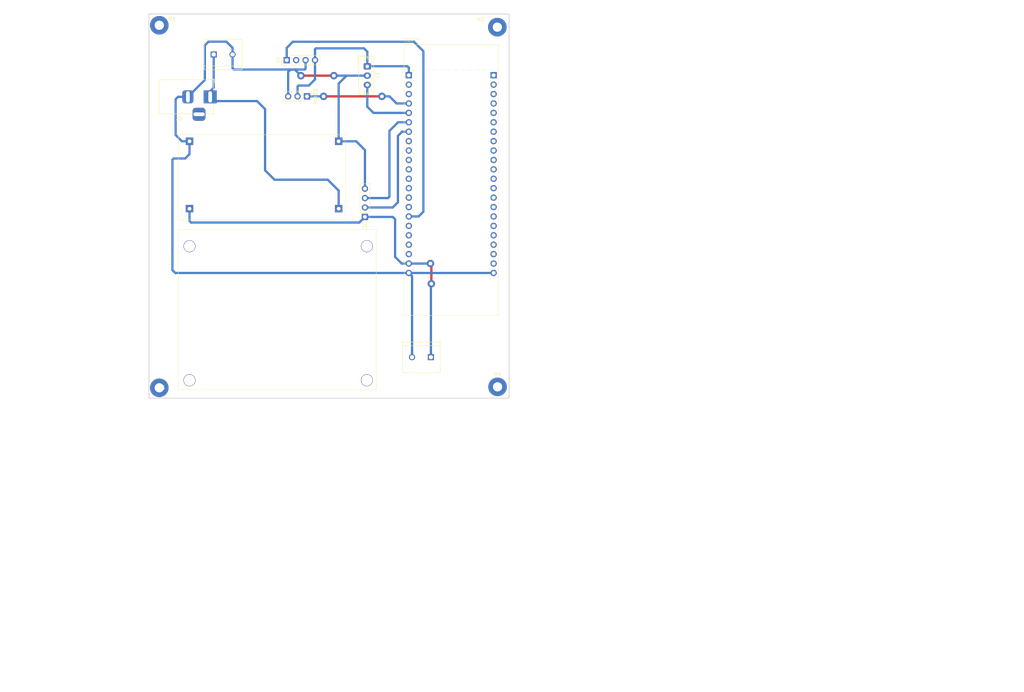
<source format=kicad_pcb>
(kicad_pcb (version 20221018) (generator pcbnew)
  (layers (0 "F.Cu" signal) (31 "B.Cu" signal) (34 "B.Paste" user) (35 "F.Paste" user) (36 "B.SilkS" user "B.Silkscreen") (37 "F.SilkS" user "F.Silkscreen") (38 "B.Mask" user) (39 "F.Mask" user) (44 "Edge.Cuts" user))
  (net 0 "")
  (net 1 "GND")
  (net 2 "DO")
  (net 3 "+5V")
  (net 4 "RELAY")
  (net 5 "AO")
  (net 7 "3V3")
  (net 8 "SW")
  (net 13 "DHT_S")
  (net 14 "IO6")
  (net 15 "IO7")
  (net 45 "12V")
  (footprint "Connector_PinHeader_2.54mm:PinHeader_1x03_P2.54mm_Vertical" (layer "F.Cu") (at 94.843 37.579 -90)
    (fp_text reference "MOD3" (at 0 -2.33 -270) (layer "F.SilkS"))
    (fp_text value "dht11")
    (fp_line (start -1.33 -1.33) (end 0 -1.33) (stroke (width 0.12)) (layer "F.SilkS"))
    (fp_line (start -1.33 0) (end -1.33 -1.33) (stroke (width 0.12)) (layer "F.SilkS"))
    (fp_line (start -1.33 1.27) (end -1.33 6.41) (stroke (width 0.12)) (layer "F.SilkS"))
    (fp_line (start -1.33 1.27) (end 1.33 1.27) (stroke (width 0.12)) (layer "F.SilkS"))
    (fp_line (start -1.33 6.41) (end 1.33 6.41) (stroke (width 0.12)) (layer "F.SilkS"))
    (fp_line (start 1.33 1.27) (end 1.33 6.41) (stroke (width 0.12)) (layer "F.SilkS"))
    (pad "+" thru_hole oval (at 0 2.54 270) (size 1.7 1.7) (drill 1) (layers "*.Cu" "*.Mask") (net 7 "3V3"))
    (pad "-" thru_hole oval (at 0 5.08 270) (size 1.7 1.7) (drill 1) (layers "*.Cu" "*.Mask") (net 1 "GND"))
    (pad "S" thru_hole rect (at 0 0 270) (size 1.7 1.7) (drill 1) (layers "*.Cu" "*.Mask") (net 13 "DHT_S"))
  )
  (footprint "Connector_PinHeader_2.54mm:PinHeader_1x04_P2.54mm_Vertical" (layer "F.Cu") (at 110.464 70.091 180)
    (fp_text reference "J1" (at 0 -2.33) (layer "F.SilkS"))
    (fp_text value "relay_pins")
    (fp_line (start -1.33 -1.33) (end 0 -1.33) (stroke (width 0.12)) (layer "F.SilkS"))
    (fp_line (start -1.33 0) (end -1.33 -1.33) (stroke (width 0.12)) (layer "F.SilkS"))
    (fp_line (start -1.33 1.27) (end -1.33 8.95) (stroke (width 0.12)) (layer "F.SilkS"))
    (fp_line (start -1.33 1.27) (end 1.33 1.27) (stroke (width 0.12)) (layer "F.SilkS"))
    (fp_line (start -1.33 8.95) (end 1.33 8.95) (stroke (width 0.12)) (layer "F.SilkS"))
    (fp_line (start 1.33 1.27) (end 1.33 8.95) (stroke (width 0.12)) (layer "F.SilkS"))
    (pad "1" thru_hole rect (at 0 0 180) (size 1.7 1.7) (drill 1) (layers "*.Cu" "*.Mask") (net 3 "+5V"))
    (pad "2" thru_hole oval (at 0 2.54 180) (size 1.7 1.7) (drill 1) (layers "*.Cu" "*.Mask") (net 15 "IO7"))
    (pad "3" thru_hole oval (at 0 5.08 180) (size 1.7 1.7) (drill 1) (layers "*.Cu" "*.Mask") (net 14 "IO6"))
    (pad "4" thru_hole oval (at 0 7.62 180) (size 1.7 1.7) (drill 1) (layers "*.Cu" "*.Mask") (net 1 "GND"))
  )
  (footprint "MountingHole:MountingHole_2.5mm_Pad" (layer "F.Cu") (at 146.151 18.91)
    (fp_text reference "H2" (at -4.5085 -2.032) (layer "F.SilkS"))
    (fp_text value "MountingHole")
    (pad "1" thru_hole circle (at 0 0) (size 5 5) (drill 2.5) (layers "*.Cu" "*.Mask"))
  )
  (footprint "Connector_PinHeader_2.54mm:PinHeader_1x04_P2.54mm_Vertical" (layer "F.Cu") (at 89.382 27.8 90)
    (fp_text reference "J4" (at 0 -2.33 90) (layer "F.SilkS"))
    (fp_text value "moisture sensor")
    (fp_line (start -1.33 -1.33) (end 0 -1.33) (stroke (width 0.12)) (layer "F.SilkS"))
    (fp_line (start -1.33 0) (end -1.33 -1.33) (stroke (width 0.12)) (layer "F.SilkS"))
    (fp_line (start -1.33 1.27) (end -1.33 8.95) (stroke (width 0.12)) (layer "F.SilkS"))
    (fp_line (start -1.33 1.27) (end 1.33 1.27) (stroke (width 0.12)) (layer "F.SilkS"))
    (fp_line (start -1.33 8.95) (end 1.33 8.95) (stroke (width 0.12)) (layer "F.SilkS"))
    (fp_line (start 1.33 1.27) (end 1.33 8.95) (stroke (width 0.12)) (layer "F.SilkS"))
    (pad "1" thru_hole rect (at 0 0 90) (size 1.7 1.7) (drill 1) (layers "*.Cu" "*.Mask") (net 5 "AO"))
    (pad "2" thru_hole oval (at 0 2.54 90) (size 1.7 1.7) (drill 1) (layers "*.Cu" "*.Mask"))
    (pad "3" thru_hole oval (at 0 5.08 90) (size 1.7 1.7) (drill 1) (layers "*.Cu" "*.Mask") (net 1 "GND"))
    (pad "4" thru_hole oval (at 0 7.62 90) (size 1.7 1.7) (drill 1) (layers "*.Cu" "*.Mask") (net 7 "3V3"))
  )
  (footprint "MountingHole:MountingHole_2.5mm_Pad" (layer "F.Cu") (at 146.2145 115.938)
    (fp_text reference "H4" (at 0 -3.5) (layer "F.SilkS"))
    (fp_text value "MountingHole")
    (pad "1" thru_hole circle (at 0 0) (size 5 5) (drill 2.5) (layers "*.Cu" "*.Mask"))
  )
  (footprint "Connector_PinHeader_2.54mm:PinHeader_1x04_P2.54mm_Vertical" (layer "F.Cu") (at 110.972 114.16 180)
    (fp_text reference "J6" hide)
    (fp_text value "Relay_module")
    (fp_rect (start -2.54 -2.54) (end 50.8 40.64) (stroke (width 0.1)) (fill none) (layer "F.SilkS"))
    (pad "" np_thru_hole circle (at 0 0 180) (size 3.2 3.2) (drill 3) (layers "F&B.Cu" "*.Mask"))
    (pad "" np_thru_hole circle (at 0 36.16 180) (size 3.2 3.2) (drill 3) (layers "F&B.Cu" "*.Mask"))
    (pad "" np_thru_hole circle (at 47.8 0 180) (size 3.2 3.2) (drill 3) (layers "F&B.Cu" "*.Mask"))
    (pad "" np_thru_hole circle (at 47.8 36.16 180) (size 3.2 3.2) (drill 3) (layers "F&B.Cu" "*.Mask"))
  )
  (footprint "MountingHole:MountingHole_2.5mm_Pad" (layer "F.Cu") (at 55.0285 116.192)
    (fp_text reference "H3" (at 0.508 0) (layer "F.SilkS"))
    (fp_text value "MountingHole")
    (pad "1" thru_hole circle (at 0 0) (size 5 5) (drill 2.5) (layers "*.Cu" "*.Mask"))
  )
  (footprint "Connector_BarrelJack:BarrelJack_Horizontal" (layer "F.Cu") (at 68.7445 37.706)
    (fp_text reference "J5" (at -8.45 5.75) (layer "F.SilkS"))
    (fp_text value "Barrel_Jack")
    (fp_line (start -13.8 -4.6) (end 0.9 -4.6) (stroke (width 0.12)) (layer "F.SilkS"))
    (fp_line (start -13.8 4.6) (end -13.8 -4.6) (stroke (width 0.12)) (layer "F.SilkS"))
    (fp_line (start -5 4.6) (end -13.8 4.6) (stroke (width 0.12)) (layer "F.SilkS"))
    (fp_line (start 0.05 -4.8) (end 1.1 -4.8) (stroke (width 0.12)) (layer "F.SilkS"))
    (fp_line (start 0.9 -4.6) (end 0.9 -2) (stroke (width 0.12)) (layer "F.SilkS"))
    (fp_line (start 0.9 1.9) (end 0.9 4.6) (stroke (width 0.12)) (layer "F.SilkS"))
    (fp_line (start 0.9 4.6) (end -1 4.6) (stroke (width 0.12)) (layer "F.SilkS"))
    (fp_line (start 1.1 -3.75) (end 1.1 -4.8) (stroke (width 0.12)) (layer "F.SilkS"))
    (pad "1" thru_hole rect (at 0 0) (size 3.5 3.5) (drill oval 1 3) (layers "*.Cu" "*.Mask") (net 45 "12V"))
    (pad "2" thru_hole roundrect (at -6 0) (size 3 3.5) (drill oval 1 3) (layers "*.Cu" "*.Mask") (net 1 "GND"))
    (pad "3" thru_hole roundrect (at -3 4.7) (size 3.5 3.5) (drill oval 3 1) (layers "*.Cu" "*.Mask"))
  )
  (footprint "kicad_lib:TE_282837-2" (layer "F.Cu") (at 125.704 107.937 180)
    (fp_text reference "J2" hide)
    (fp_text value "PUMP")
    (fp_line (start -5.08 -4.1) (end 5.08 -4.1) (stroke (width 0.127)) (layer "F.SilkS"))
    (fp_line (start -5.08 3.1) (end -5.08 -4.1) (stroke (width 0.127)) (layer "F.SilkS"))
    (fp_line (start -5.08 3.1) (end 5.08 3.1) (stroke (width 0.127)) (layer "F.SilkS"))
    (fp_line (start -5.08 4.1) (end -5.08 3.1) (stroke (width 0.127)) (layer "F.SilkS"))
    (fp_line (start 5.08 -4.1) (end 5.08 3.1) (stroke (width 0.127)) (layer "F.SilkS"))
    (fp_line (start 5.08 3.1) (end 5.08 4.1) (stroke (width 0.127)) (layer "F.SilkS"))
    (fp_line (start 5.08 4.1) (end -5.08 4.1) (stroke (width 0.127)) (layer "F.SilkS"))
    (pad "1" thru_hole rect (at -2.54 0 180) (size 1.65 1.65) (drill 1.1) (layers "*.Cu" "*.Mask") (net 3 "+5V"))
    (pad "2" thru_hole circle (at 2.54 0 180) (size 1.65 1.65) (drill 1.1) (layers "*.Cu" "*.Mask") (net 1 "GND"))
  )
  (footprint "ESP32-S3 EXP KIT LIBRARY:ESP32-S3BRD" (layer "F.Cu") (at 121.0175 96.6725)
    (fp_text reference "U2" hide)
    (fp_text value "~" hide)
    (fp_text user "REF**" (at 0 -73.66 unlocked) (layer "F.SilkS") (effects (font (thickness 0.1)) (justify left bottom)))
    (fp_line (start 0 -73) (end 25.4 -73) (stroke (width 0.1)) (layer "F.SilkS"))
    (fp_line (start 0 -66.2) (end 25.4 -66.2) (stroke (width 0.1) (type dash_dot)) (layer "F.SilkS"))
    (fp_line (start 0 0) (end 0 -73) (stroke (width 0.1)) (layer "F.SilkS"))
    (fp_line (start 25.4 -73) (end 25.4 0) (stroke (width 0.1)) (layer "F.SilkS"))
    (fp_line (start 25.4 0) (end 0 0) (stroke (width 0.1)) (layer "F.SilkS"))
    (pad "1_1" thru_hole rect (at 1.27 -64.8) (size 1.7 1.7) (drill 1) (layers "*.Cu" "*.Mask") (net 7 "3V3"))
    (pad "1_2" thru_hole circle (at 1.27 -62.26) (size 1.7 1.7) (drill 1) (layers "*.Cu" "*.Mask"))
    (pad "1_3" thru_hole circle (at 1.27 -59.72) (size 1.7 1.7) (drill 1) (layers "*.Cu" "*.Mask"))
    (pad "1_4" thru_hole circle (at 1.27 -57.18) (size 1.7 1.7) (drill 1) (layers "*.Cu" "*.Mask") (net 13 "DHT_S"))
    (pad "1_5" thru_hole circle (at 1.27 -54.64) (size 1.7 1.7) (drill 1) (layers "*.Cu" "*.Mask") (net 2 "DO"))
    (pad "1_6" thru_hole circle (at 1.27 -52.1) (size 1.7 1.7) (drill 1) (layers "*.Cu" "*.Mask") (net 14 "IO6"))
    (pad "1_7" thru_hole circle (at 1.27 -49.56) (size 1.7 1.7) (drill 1) (layers "*.Cu" "*.Mask") (net 15 "IO7"))
    (pad "1_8" thru_hole circle (at 1.27 -47.02) (size 1.7 1.7) (drill 1) (layers "*.Cu" "*.Mask"))
    (pad "1_9" thru_hole circle (at 1.27 -44.48) (size 1.7 1.7) (drill 1) (layers "*.Cu" "*.Mask"))
    (pad "1_10" thru_hole circle (at 1.27 -41.94) (size 1.7 1.7) (drill 1) (layers "*.Cu" "*.Mask"))
    (pad "1_11" thru_hole circle (at 1.27 -39.4) (size 1.7 1.7) (drill 1) (layers "*.Cu" "*.Mask"))
    (pad "1_12" thru_hole circle (at 1.27 -36.86) (size 1.7 1.7) (drill 1) (layers "*.Cu" "*.Mask") (net 8 "SW"))
    (pad "1_13" thru_hole circle (at 1.27 -34.32) (size 1.7 1.7) (drill 1) (layers "*.Cu" "*.Mask"))
    (pad "1_14" thru_hole circle (at 1.27 -31.78) (size 1.7 1.7) (drill 1) (layers "*.Cu" "*.Mask"))
    (pad "1_15" thru_hole circle (at 1.27 -29.24) (size 1.7 1.7) (drill 1) (layers "*.Cu" "*.Mask"))
    (pad "1_16" thru_hole circle (at 1.27 -26.7) (size 1.7 1.7) (drill 1) (layers "*.Cu" "*.Mask") (net 5 "AO"))
    (pad "1_17" thru_hole circle (at 1.27 -24.16) (size 1.7 1.7) (drill 1) (layers "*.Cu" "*.Mask") (net 4 "RELAY"))
    (pad "1_18" thru_hole circle (at 1.27 -21.62) (size 1.7 1.7) (drill 1) (layers "*.Cu" "*.Mask"))
    (pad "1_19" thru_hole circle (at 1.27 -19.08) (size 1.7 1.7) (drill 1) (layers "*.Cu" "*.Mask"))
    (pad "1_20" thru_hole circle (at 1.27 -16.54) (size 1.7 1.7) (drill 1) (layers "*.Cu" "*.Mask"))
    (pad "1_21" thru_hole circle (at 1.27 -14) (size 1.7 1.7) (drill 1) (layers "*.Cu" "*.Mask") (net 3 "+5V"))
    (pad "1_22" thru_hole circle (at 1.27 -11.46) (size 1.7 1.7) (drill 1) (layers "*.Cu" "*.Mask") (net 1 "GND"))
    (pad "2_1" thru_hole rect (at 24.13 -64.8) (size 1.7 1.7) (drill 1) (layers "*.Cu" "*.Mask"))
    (pad "2_2" thru_hole circle (at 24.13 -62.26) (size 1.7 1.7) (drill 1) (layers "*.Cu" "*.Mask"))
    (pad "2_3" thru_hole circle (at 24.13 -59.72) (size 1.7 1.7) (drill 1) (layers "*.Cu" "*.Mask"))
    (pad "2_4" thru_hole circle (at 24.13 -57.18) (size 1.7 1.7) (drill 1) (layers "*.Cu" "*.Mask"))
    (pad "2_5" thru_hole circle (at 24.13 -54.64) (size 1.7 1.7) (drill 1) (layers "*.Cu" "*.Mask"))
    (pad "2_6" thru_hole circle (at 24.13 -52.1) (size 1.7 1.7) (drill 1) (layers "*.Cu" "*.Mask"))
    (pad "2_7" thru_hole circle (at 24.13 -49.56) (size 1.7 1.7) (drill 1) (layers "*.Cu" "*.Mask"))
    (pad "2_8" thru_hole circle (at 24.13 -47.02) (size 1.7 1.7) (drill 1) (layers "*.Cu" "*.Mask"))
    (pad "2_9" thru_hole circle (at 24.13 -44.48) (size 1.7 1.7) (drill 1) (layers "*.Cu" "*.Mask"))
    (pad "2_10" thru_hole circle (at 24.13 -41.94) (size 1.7 1.7) (drill 1) (layers "*.Cu" "*.Mask"))
    (pad "2_11" thru_hole circle (at 24.13 -39.4) (size 1.7 1.7) (drill 1) (layers "*.Cu" "*.Mask"))
    (pad "2_12" thru_hole circle (at 24.13 -36.86) (size 1.7 1.7) (drill 1) (layers "*.Cu" "*.Mask"))
    (pad "2_13" thru_hole circle (at 24.13 -34.32) (size 1.7 1.7) (drill 1) (layers "*.Cu" "*.Mask"))
    (pad "2_14" thru_hole circle (at 24.13 -31.78) (size 1.7 1.7) (drill 1) (layers "*.Cu" "*.Mask"))
    (pad "2_15" thru_hole circle (at 24.13 -29.24) (size 1.7 1.7) (drill 1) (layers "*.Cu" "*.Mask"))
    (pad "2_16" thru_hole circle (at 24.13 -26.7) (size 1.7 1.7) (drill 1) (layers "*.Cu" "*.Mask"))
    (pad "2_17" thru_hole circle (at 24.13 -24.16) (size 1.7 1.7) (drill 1) (layers "*.Cu" "*.Mask"))
    (pad "2_18" thru_hole circle (at 24.13 -21.62) (size 1.7 1.7) (drill 1) (layers "*.Cu" "*.Mask"))
    (pad "2_19" thru_hole circle (at 24.13 -19.08) (size 1.7 1.7) (drill 1) (layers "*.Cu" "*.Mask"))
    (pad "2_20" thru_hole circle (at 24.13 -16.54) (size 1.7 1.7) (drill 1) (layers "*.Cu" "*.Mask"))
    (pad "2_21" thru_hole circle (at 24.13 -14) (size 1.7 1.7) (drill 1) (layers "*.Cu" "*.Mask"))
    (pad "2_22" thru_hole circle (at 24.13 -11.46) (size 1.7 1.7) (drill 1) (layers "*.Cu" "*.Mask") (net 1 "GND"))
  )
  (footprint "Connector_JST:JST_EH_B3B-EH-A_1x03_P2.50mm_Vertical" (layer "F.Cu") (at 111.099 29.491 -90)
    (fp_text reference "J3" (at 2.5 -2.8 90) (layer "F.SilkS"))
    (fp_text value "LDR")
    (fp_line (start -2.91 0.11) (end -2.91 2.61) (stroke (width 0.12)) (layer "F.SilkS"))
    (fp_line (start -2.91 2.61) (end -0.41 2.61) (stroke (width 0.12)) (layer "F.SilkS"))
    (fp_line (start -2.61 -1.71) (end -2.61 2.31) (stroke (width 0.12)) (layer "F.SilkS"))
    (fp_line (start -2.61 0) (end -2.11 0) (stroke (width 0.12)) (layer "F.SilkS"))
    (fp_line (start -2.61 0.81) (end -1.61 0.81) (stroke (width 0.12)) (layer "F.SilkS"))
    (fp_line (start -2.61 2.31) (end 7.61 2.31) (stroke (width 0.12)) (layer "F.SilkS"))
    (fp_line (start -2.11 -1.21) (end 7.11 -1.21) (stroke (width 0.12)) (layer "F.SilkS"))
    (fp_line (start -2.11 0) (end -2.11 -1.21) (stroke (width 0.12)) (layer "F.SilkS"))
    (fp_line (start -1.61 0.81) (end -1.61 2.31) (stroke (width 0.12)) (layer "F.SilkS"))
    (fp_line (start 6.61 0.81) (end 6.61 2.31) (stroke (width 0.12)) (layer "F.SilkS"))
    (fp_line (start 7.11 -1.21) (end 7.11 0) (stroke (width 0.12)) (layer "F.SilkS"))
    (fp_line (start 7.11 0) (end 7.61 0) (stroke (width 0.12)) (layer "F.SilkS"))
    (fp_line (start 7.61 -1.71) (end -2.61 -1.71) (stroke (width 0.12)) (layer "F.SilkS"))
    (fp_line (start 7.61 0.81) (end 6.61 0.81) (stroke (width 0.12)) (layer "F.SilkS"))
    (fp_line (start 7.61 2.31) (end 7.61 -1.71) (stroke (width 0.12)) (layer "F.SilkS"))
    (pad "1" thru_hole roundrect (at 0 0 270) (size 1.7 1.95) (drill 0.95) (layers "*.Cu" "*.Mask") (roundrect_rratio 0.147059) (net 7 "3V3"))
    (pad "2" thru_hole oval (at 2.5 0 270) (size 1.7 1.95) (drill 0.95) (layers "*.Cu" "*.Mask") (net 1 "GND"))
    (pad "3" thru_hole oval (at 5 0 270) (size 1.7 1.95) (drill 0.95) (layers "*.Cu" "*.Mask") (net 2 "DO"))
  )
  (footprint "kicad_lib:BUCK CONVERTER" (layer "F.Cu") (at 105.178 47.896 180)
    (fp_text reference "Buck_converter1" hide)
    (fp_text value "Conn_01x04_Pin")
    (fp_rect (start 0 0) (end 45 -23) (stroke (width 0.1)) (fill none) (layer "F.SilkS"))
    (pad "IN+" thru_hole rect (at 1.8 -19.98 180) (size 2 2) (drill 1) (layers "*.Cu" "*.Mask") (net 45 "12V"))
    (pad "IN-" thru_hole rect (at 1.8 -1.8 180) (size 2 2) (drill 1) (layers "*.Cu" "B.Mask") (net 1 "GND"))
    (pad "OUT+" thru_hole rect (at 42 -19.98 180) (size 2 2) (drill 1) (layers "*.Cu" "*.Mask") (net 3 "+5V"))
    (pad "OUT-" thru_hole rect (at 42 -1.8 180) (size 2 2) (drill 1) (layers "*.Cu" "*.Mask") (net 1 "GND"))
  )
  (footprint "kicad_lib:TE_282837-2" (layer "F.Cu") (at 72.237 26.276)
    (fp_text reference "J7" hide)
    (fp_text value "LED")
    (fp_line (start -5.08 -4.1) (end 5.08 -4.1) (stroke (width 0.127)) (layer "F.SilkS"))
    (fp_line (start -5.08 3.1) (end -5.08 -4.1) (stroke (width 0.127)) (layer "F.SilkS"))
    (fp_line (start -5.08 3.1) (end 5.08 3.1) (stroke (width 0.127)) (layer "F.SilkS"))
    (fp_line (start -5.08 4.1) (end -5.08 3.1) (stroke (width 0.127)) (layer "F.SilkS"))
    (fp_line (start 5.08 -4.1) (end 5.08 3.1) (stroke (width 0.127)) (layer "F.SilkS"))
    (fp_line (start 5.08 3.1) (end 5.08 4.1) (stroke (width 0.127)) (layer "F.SilkS"))
    (fp_line (start 5.08 4.1) (end -5.08 4.1) (stroke (width 0.127)) (layer "F.SilkS"))
    (pad "1" thru_hole rect (at -2.54 0) (size 1.65 1.65) (drill 1.1) (layers "*.Cu" "*.Mask") (net 45 "12V"))
    (pad "2" thru_hole circle (at 2.54 0) (size 1.65 1.65) (drill 1.1) (layers "*.Cu" "*.Mask") (net 1 "GND"))
  )
  (footprint "MountingHole:MountingHole_2.5mm_Pad" (layer "F.Cu") (at 55.0285 18.402)
    (fp_text reference "H1" (at 3.429 -1.651) (layer "F.SilkS"))
    (fp_text value "MountingHole")
    (pad "1" thru_hole circle (at 0 0) (size 5 5) (drill 2.5) (layers "*.Cu" "*.Mask"))
  )
  (gr_rect (start 52.2345 15.354) (end 149.326 118.986) (stroke (width 0.2)) (fill none) (layer "Edge.Cuts"))
  (segment (start 93.218 32.004) (end 93.231 31.991) (width 0.6096) (layer "F.Cu") (net 1))
  (segment (start 93.231 31.991) (end 102.082 31.991) (width 0.6096) (layer "F.Cu") (net 1))
  (via (at 93.218 32.004) (size 2) (drill 1) (layers "F.Cu" "B.Cu") (net 1))
  (via (at 102.082 31.991) (size 2) (drill 1) (layers "F.Cu" "B.Cu") (net 1))
  (segment (start 110.464 62.471) (end 110.464 52.057) (width 0.6096) (layer "B.Cu") (net 1))
  (segment (start 59.436 48.006) (end 59.436 38.354) (width 0.6096) (layer "B.Cu") (net 1))
  (segment (start 63.178 49.696) (end 63.178 53.154) (width 0.6096) (layer "B.Cu") (net 1))
  (segment (start 94.462 30.086) (end 94.208 30.34) (width 0.6096) (layer "B.Cu") (net 1))
  (segment (start 94.462 27.8) (end 94.462 30.086) (width 0.6096) (layer "B.Cu") (net 1))
  (segment (start 123.164 107.937) (end 123.164 86.089) (width 0.6096) (layer "B.Cu") (net 1))
  (segment (start 105.511 31.991) (end 111.099 31.991) (width 0.6096) (layer "B.Cu") (net 1))
  (segment (start 67.3165 33.134) (end 62.7445 37.706) (width 0.6096) (layer "B.Cu") (net 1))
  (segment (start 90.398 30.34) (end 89.763 30.975) (width 0.6096) (layer "B.Cu") (net 1))
  (segment (start 94.208 30.34) (end 90.398 30.34) (width 0.6096) (layer "B.Cu") (net 1))
  (segment (start 103.378 49.696) (end 103.378 34.124) (width 0.6096) (layer "B.Cu") (net 1))
  (segment (start 103.378 34.124) (end 103.676 33.826) (width 0.6096) (layer "B.Cu") (net 1))
  (segment (start 59.3423 85.2125) (end 122.2875 85.2125) (width 0.6096) (layer "B.Cu") (net 1))
  (segment (start 61.126 49.696) (end 59.436 48.006) (width 0.6096) (layer "B.Cu") (net 1))
  (segment (start 74.777 24.479) (end 73.126 22.828) (width 0.6096) (layer "B.Cu") (net 1))
  (segment (start 68.295 22.828) (end 67.3165 23.8065) (width 0.6096) (layer "B.Cu") (net 1))
  (segment (start 74.777 26.276) (end 74.2055 26.276) (width 0.6096) (layer "B.Cu") (net 1))
  (segment (start 74.777 29.959) (end 75.158 30.34) (width 0.6096) (layer "B.Cu") (net 1))
  (segment (start 103.676 33.826) (end 105.511 31.991) (width 0.6096) (layer "B.Cu") (net 1))
  (segment (start 63.178 49.696) (end 61.126 49.696) (width 0.6096) (layer "B.Cu") (net 1))
  (segment (start 89.763 36.69) (end 89.763 37.579) (width 0.6096) (layer "B.Cu") (net 1))
  (segment (start 58.5718 84.442) (end 59.3423 85.2125) (width 0.6096) (layer "B.Cu") (net 1))
  (segment (start 74.777 26.276) (end 74.777 24.479) (width 0.6096) (layer "B.Cu") (net 1))
  (segment (start 61.9955 54.3365) (end 58.9085 54.3365) (width 0.6096) (layer "B.Cu") (net 1))
  (segment (start 108.103 49.696) (end 103.378 49.696) (width 0.6096) (layer "B.Cu") (net 1))
  (segment (start 67.3165 23.8065) (end 67.3165 33.134) (width 0.6096) (layer "B.Cu") (net 1))
  (segment (start 59.436 38.354) (end 60.084 37.706) (width 0.6096) (layer "B.Cu") (net 1))
  (segment (start 75.158 30.34) (end 90.398 30.34) (width 0.6096) (layer "B.Cu") (net 1))
  (segment (start 102.082 31.991) (end 105.511 31.991) (width 0.6096) (layer "B.Cu") (net 1))
  (segment (start 60.084 37.706) (end 62.7445 37.706) (width 0.6096) (layer "B.Cu") (net 1))
  (segment (start 110.464 52.057) (end 108.103 49.696) (width 0.6096) (layer "B.Cu") (net 1))
  (segment (start 122.2875 85.2125) (end 145.1475 85.2125) (width 0.6096) (layer "B.Cu") (net 1))
  (segment (start 73.126 22.828) (end 68.295 22.828) (width 0.6096) (layer "B.Cu") (net 1))
  (segment (start 91.554 30.34) (end 90.398 30.34) (width 0.6096) (layer "B.Cu") (net 1))
  (segment (start 63.178 53.154) (end 61.9955 54.3365) (width 0.6096) (layer "B.Cu") (net 1))
  (segment (start 58.5718 54.6732) (end 58.9085 54.3365) (width 0.6096) (layer "B.Cu") (net 1))
  (segment (start 123.164 86.089) (end 122.2875 85.2125) (width 0.6096) (layer "B.Cu") (net 1))
  (segment (start 89.763 30.975) (end 89.763 36.69) (width 0.6096) (layer "B.Cu") (net 1))
  (segment (start 58.5718 78.6508) (end 58.5718 54.6732) (width 0.6096) (layer "B.Cu") (net 1))
  (segment (start 93.218 32.004) (end 91.554 30.34) (width 0.6096) (layer "B.Cu") (net 1))
  (segment (start 58.5718 84.442) (end 58.5718 78.6508) (width 0.6096) (layer "B.Cu") (net 1))
  (segment (start 74.777 26.276) (end 74.777 29.959) (width 0.6096) (layer "B.Cu") (net 1))
  (segment (start 111.099 34.491) (end 111.099 40.373) (width 0.6096) (layer "B.Cu") (net 2))
  (segment (start 111.099 40.373) (end 112.7585 42.0325) (width 0.6096) (layer "B.Cu") (net 2))
  (segment (start 112.7585 42.0325) (end 122.2875 42.0325) (width 0.6096) (layer "B.Cu") (net 2))
  (segment (start 128.371 82.918) (end 128.371 88.125) (width 0.6096) (layer "F.Cu") (net 3))
  (segment (start 128.1255 82.6725) (end 128.371 82.918) (width 0.6096) (layer "F.Cu") (net 3))
  (via (at 128.371 88.125) (size 2) (drill 1) (layers "F.Cu" "B.Cu") (net 3))
  (via (at 128.1255 82.6725) (size 2) (drill 1) (layers "F.Cu" "B.Cu") (net 3))
  (segment (start 110.464 70.091) (end 117.957 70.091) (width 0.6096) (layer "B.Cu") (net 3))
  (segment (start 128.244 88.252) (end 128.371 88.125) (width 0.6096) (layer "B.Cu") (net 3))
  (segment (start 118.592 70.726) (end 118.592 80.886) (width 0.6096) (layer "B.Cu") (net 3))
  (segment (start 110.464 70.091) (end 108.94 71.615) (width 0.6096) (layer "B.Cu") (net 3))
  (segment (start 63.601 71.615) (end 63.178 71.192) (width 0.6096) (layer "B.Cu") (net 3))
  (segment (start 122.2875 82.6725) (end 120.3785 82.6725) (width 0.6096) (layer "B.Cu") (net 3))
  (segment (start 63.178 71.192) (end 63.178 67.876) (width 0.6096) (layer "B.Cu") (net 3))
  (segment (start 108.94 71.615) (end 63.601 71.615) (width 0.6096) (layer "B.Cu") (net 3))
  (segment (start 128.244 107.937) (end 128.244 88.252) (width 0.6096) (layer "B.Cu") (net 3))
  (segment (start 118.592 80.886) (end 120.3785 82.6725) (width 0.6096) (layer "B.Cu") (net 3))
  (segment (start 128.1255 82.6725) (end 122.2875 82.6725) (width 0.6096) (layer "B.Cu") (net 3))
  (segment (start 117.957 70.091) (end 118.592 70.726) (width 0.6096) (layer "B.Cu") (net 3))
  (segment (start 89.382 27.8) (end 89.382 24.498) (width 0.6096) (layer "B.Cu") (net 5))
  (segment (start 126.212 25.4) (end 126.212 68.694) (width 0.6096) (layer "B.Cu") (net 5))
  (segment (start 91.033 22.847) (end 123.659 22.847) (width 0.6096) (layer "B.Cu") (net 5))
  (segment (start 124.9335 69.9725) (end 122.2875 69.9725) (width 0.6096) (layer "B.Cu") (net 5))
  (segment (start 123.659 22.847) (end 126.212 25.4) (width 0.6096) (layer "B.Cu") (net 5))
  (segment (start 89.382 24.498) (end 91.033 22.847) (width 0.6096) (layer "B.Cu") (net 5))
  (segment (start 126.212 68.694) (end 124.9335 69.9725) (width 0.6096) (layer "B.Cu") (net 5))
  (segment (start 110.21 24.625) (end 111.099 25.514) (width 0.6096) (layer "B.Cu") (net 7))
  (segment (start 97.002 27.8) (end 97.002 24.879) (width 0.6096) (layer "B.Cu") (net 7))
  (segment (start 97.002 24.879) (end 97.256 24.625) (width 0.6096) (layer "B.Cu") (net 7))
  (segment (start 111.139 29.451) (end 121.894 29.451) (width 0.6096) (layer "B.Cu") (net 7))
  (segment (start 122.2875 29.8445) (end 122.2875 31.8725) (width 0.6096) (layer "B.Cu") (net 7))
  (segment (start 97.002 33.007) (end 95.351 34.658) (width 0.6096) (layer "B.Cu") (net 7))
  (segment (start 121.894 29.451) (end 122.2875 29.8445) (width 0.6096) (layer "B.Cu") (net 7))
  (segment (start 95.351 34.658) (end 92.557 34.658) (width 0.6096) (layer "B.Cu") (net 7))
  (segment (start 111.099 29.491) (end 111.139 29.451) (width 0.6096) (layer "B.Cu") (net 7))
  (segment (start 92.303 34.912) (end 92.303 37.579) (width 0.6096) (layer "B.Cu") (net 7))
  (segment (start 97.002 27.8) (end 97.002 33.007) (width 0.6096) (layer "B.Cu") (net 7))
  (segment (start 111.099 25.514) (end 111.099 29.491) (width 0.6096) (layer "B.Cu") (net 7))
  (segment (start 97.256 24.625) (end 110.21 24.625) (width 0.6096) (layer "B.Cu") (net 7))
  (segment (start 92.557 34.658) (end 92.303 34.912) (width 0.6096) (layer "B.Cu") (net 7))
  (segment (start 99.314 37.579) (end 115.036 37.579) (width 0.6096) (layer "F.Cu") (net 13))
  (via (at 115.036 37.579) (size 2) (drill 1) (layers "F.Cu" "B.Cu") (net 13))
  (via (at 99.314 37.579) (size 2) (drill 1) (layers "F.Cu" "B.Cu") (net 13))
  (segment (start 118.9815 39.4925) (end 122.2875 39.4925) (width 0.6096) (layer "B.Cu") (net 13))
  (segment (start 117.068 37.579) (end 118.9815 39.4925) (width 0.6096) (layer "B.Cu") (net 13))
  (segment (start 94.843 37.579) (end 99.314 37.579) (width 0.6096) (layer "B.Cu") (net 13))
  (segment (start 115.036 37.579) (end 117.068 37.579) (width 0.6096) (layer "B.Cu") (net 13))
  (segment (start 117.068 46.8845) (end 119.38 44.5725) (width 0.6096) (layer "B.Cu") (net 14))
  (segment (start 110.464 65.011) (end 116.687 65.011) (width 0.6096) (layer "B.Cu") (net 14))
  (segment (start 119.38 44.5725) (end 122.2875 44.5725) (width 0.6096) (layer "B.Cu") (net 14))
  (segment (start 117.068 64.63) (end 117.068 46.8845) (width 0.6096) (layer "B.Cu") (net 14))
  (segment (start 116.687 65.011) (end 117.068 64.63) (width 0.6096) (layer "B.Cu") (net 14))
  (segment (start 120.4885 47.1125) (end 122.2875 47.1125) (width 0.6096) (layer "B.Cu") (net 15))
  (segment (start 119.354 48.247) (end 120.4885 47.1125) (width 0.6096) (layer "B.Cu") (net 15))
  (segment (start 117.957 67.551) (end 119.354 66.154) (width 0.6096) (layer "B.Cu") (net 15))
  (segment (start 110.464 67.551) (end 117.957 67.551) (width 0.6096) (layer "B.Cu") (net 15))
  (segment (start 119.354 66.154) (end 119.354 48.247) (width 0.6096) (layer "B.Cu") (net 15))
  (segment (start 83.54 41.008) (end 83.54 57.518) (width 0.6096) (layer "B.Cu") (net 45))
  (segment (start 100.431 60.058) (end 103.378 63.005) (width 0.6096) (layer "B.Cu") (net 45))
  (segment (start 68.7445 36.182) (end 68.7445 37.706) (width 0.6096) (layer "B.Cu") (net 45))
  (segment (start 86.08 60.058) (end 100.431 60.058) (width 0.6096) (layer "B.Cu") (net 45))
  (segment (start 69.697 26.276) (end 69.697 35.2295) (width 0.6096) (layer "B.Cu") (net 45))
  (segment (start 83.54 57.518) (end 86.08 60.058) (width 0.6096) (layer "B.Cu") (net 45))
  (segment (start 68.7445 37.706) (end 69.8875 38.849) (width 0.6096) (layer "B.Cu") (net 45))
  (segment (start 69.697 35.2295) (end 68.7445 36.182) (width 0.6096) (layer "B.Cu") (net 45))
  (segment (start 103.378 63.005) (end 103.378 67.876) (width 0.6096) (layer "B.Cu") (net 45))
  (segment (start 81.381 38.849) (end 83.54 41.008) (width 0.6096) (layer "B.Cu") (net 45))
  (segment (start 69.8875 38.849) (end 81.381 38.849) (width 0.6096) (layer "B.Cu") (net 45))
)
</source>
